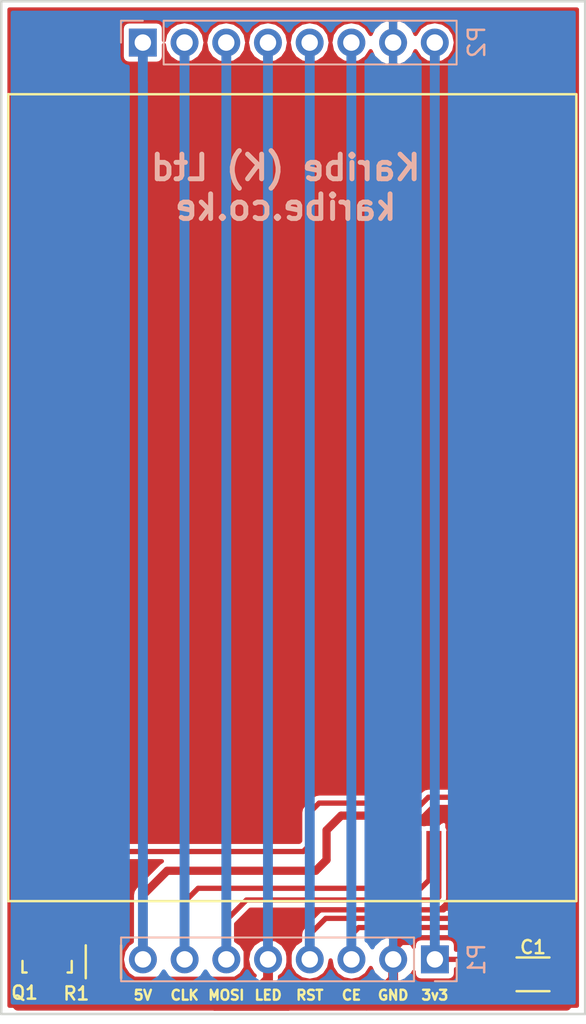
<source format=kicad_pcb>
(kicad_pcb (version 4) (host pcbnew 4.0.7)

  (general
    (links 23)
    (no_connects 0)
    (area 54.534999 64.694999 90.245001 126.440001)
    (thickness 1.6)
    (drawings 13)
    (tracks 123)
    (zones 0)
    (modules 6)
    (nets 11)
  )

  (page User 148.006 210.007)
  (title_block
    (title "Nokia Color TFT LCD")
    (date 2017-01-29)
    (rev 1)
    (company "Discovery Center")
    (comment 1 karibe.co)
    (comment 2 @muriukidavid)
    (comment 3 "Karibe David")
  )

  (layers
    (0 F.Cu signal)
    (31 B.Cu signal)
    (32 B.Adhes user)
    (33 F.Adhes user)
    (34 B.Paste user)
    (35 F.Paste user)
    (36 B.SilkS user)
    (37 F.SilkS user)
    (38 B.Mask user)
    (39 F.Mask user)
    (40 Dwgs.User user)
    (41 Cmts.User user)
    (42 Eco1.User user)
    (43 Eco2.User user)
    (44 Edge.Cuts user)
    (45 Margin user)
    (46 B.CrtYd user hide)
    (47 F.CrtYd user hide)
    (48 B.Fab user hide)
    (49 F.Fab user hide)
  )

  (setup
    (last_trace_width 0.6)
    (trace_clearance 0.2)
    (zone_clearance 0.4)
    (zone_45_only yes)
    (trace_min 0.2)
    (segment_width 0.2)
    (edge_width 0.15)
    (via_size 0.6)
    (via_drill 0.4)
    (via_min_size 0.4)
    (via_min_drill 0.3)
    (uvia_size 0.3)
    (uvia_drill 0.1)
    (uvias_allowed no)
    (uvia_min_size 0.2)
    (uvia_min_drill 0.1)
    (pcb_text_width 0.3)
    (pcb_text_size 1.5 1.5)
    (mod_edge_width 0.15)
    (mod_text_size 1 1)
    (mod_text_width 0.15)
    (pad_size 1.7 1.7)
    (pad_drill 1)
    (pad_to_mask_clearance 0.0762)
    (aux_axis_origin 0 0)
    (visible_elements FFFFFF7F)
    (pcbplotparams
      (layerselection 0x010fc_80000001)
      (usegerberextensions true)
      (excludeedgelayer false)
      (linewidth 0.100000)
      (plotframeref false)
      (viasonmask false)
      (mode 1)
      (useauxorigin false)
      (hpglpennumber 1)
      (hpglpenspeed 20)
      (hpglpendiameter 15)
      (hpglpenoverlay 2)
      (psnegative false)
      (psa4output false)
      (plotreference true)
      (plotvalue true)
      (plotinvisibletext false)
      (padsonsilk true)
      (subtractmaskfromsilk false)
      (outputformat 1)
      (mirror false)
      (drillshape 0)
      (scaleselection 1)
      (outputdirectory 1616LCD_gerbers/))
  )

  (net 0 "")
  (net 1 VCC)
  (net 2 GND)
  (net 3 RESET)
  (net 4 CE)
  (net 5 MOSI)
  (net 6 CLK)
  (net 7 LED)
  (net 8 LED-)
  (net 9 "Net-(Q1-Pad1)")
  (net 10 5V)

  (net_class Default "This is the default net class."
    (clearance 0.2)
    (trace_width 0.6)
    (via_dia 0.6)
    (via_drill 0.4)
    (uvia_dia 0.3)
    (uvia_drill 0.1)
    (add_net 5V)
    (add_net CE)
    (add_net CLK)
    (add_net GND)
    (add_net LED)
    (add_net LED-)
    (add_net MOSI)
    (add_net "Net-(Q1-Pad1)")
    (add_net RESET)
    (add_net VCC)
  )

  (module Capacitors_SMD:C_1206 (layer F.Cu) (tedit 5BEDE2BC) (tstamp 588D1F89)
    (at 86.995 123.952)
    (descr "Capacitor SMD 1206, reflow soldering, AVX (see smccp.pdf)")
    (tags "capacitor 1206")
    (path /588CF578)
    (attr smd)
    (fp_text reference C1 (at 0 -1.651) (layer F.SilkS)
      (effects (font (size 0.8 0.8) (thickness 0.15)))
    )
    (fp_text value 0.1 (at 2.8194 1.2446) (layer F.Fab)
      (effects (font (size 1 1) (thickness 0.15)))
    )
    (fp_line (start -2.3 -1.15) (end 2.3 -1.15) (layer F.CrtYd) (width 0.05))
    (fp_line (start -2.3 1.15) (end 2.3 1.15) (layer F.CrtYd) (width 0.05))
    (fp_line (start -2.3 -1.15) (end -2.3 1.15) (layer F.CrtYd) (width 0.05))
    (fp_line (start 2.3 -1.15) (end 2.3 1.15) (layer F.CrtYd) (width 0.05))
    (fp_line (start 1 -1.025) (end -1 -1.025) (layer F.SilkS) (width 0.15))
    (fp_line (start -1 1.025) (end 1 1.025) (layer F.SilkS) (width 0.15))
    (pad 1 smd rect (at -1.5 0) (size 1 1.6) (layers F.Cu F.Paste F.Mask)
      (net 1 VCC))
    (pad 2 smd rect (at 1.5 0) (size 1 1.6) (layers F.Cu F.Paste F.Mask)
      (net 2 GND))
    (model Capacitors_SMD.3dshapes/C_1206.wrl
      (at (xyz 0 0 0))
      (scale (xyz 1 1 1))
      (rotate (xyz 0 0 0))
    )
  )

  (module Connect:Nokia1616_LCD (layer F.Cu) (tedit 5BEDE2AF) (tstamp 58CA9C02)
    (at 76.57812 115.23218 180)
    (path /588CF2E5)
    (fp_text reference CONN1 (at -2.36508 1.13538 180) (layer F.SilkS) hide
      (effects (font (size 1 1) (thickness 0.15)))
    )
    (fp_text value Nokia1616_LCD (at 0 -4.826 180) (layer F.Fab)
      (effects (font (size 1 1) (thickness 0.15)))
    )
    (fp_line (start -13.0556 44.8056) (end 21.5392 44.8056) (layer F.SilkS) (width 0.15))
    (fp_line (start 21.5392 -4.2672) (end 21.5392 44.8056) (layer F.SilkS) (width 0.15))
    (fp_line (start -13.0556 -4.2672) (end -13.0556 44.8056) (layer F.SilkS) (width 0.15))
    (fp_line (start -13.0556 -4.2672) (end 21.5392 -4.2672) (layer F.SilkS) (width 0.15))
    (pad 1 smd rect (at -7.08148 -1.20142 180) (size 0.319989 2.399995) (layers F.Cu F.Paste F.Mask))
    (pad 2 smd rect (at -6.48148 -1.20142 180) (size 0.319989 2.399995) (layers F.Cu F.Paste F.Mask)
      (net 3 RESET))
    (pad 3 smd rect (at -5.88148 -1.20142 180) (size 0.319989 2.399995) (layers F.Cu F.Paste F.Mask)
      (net 4 CE))
    (pad 4 smd rect (at -5.28148 -1.20142 180) (size 0.319989 2.399995) (layers F.Cu F.Paste F.Mask)
      (net 2 GND))
    (pad 5 smd rect (at -4.68148 -1.20142 180) (size 0.319989 2.399995) (layers F.Cu F.Paste F.Mask)
      (net 5 MOSI))
    (pad 6 smd rect (at -4.08148 -1.20142 180) (size 0.319989 2.399995) (layers F.Cu F.Paste F.Mask)
      (net 6 CLK))
    (pad 7 smd rect (at -3.48148 -1.20142 180) (size 0.319989 2.399995) (layers F.Cu F.Paste F.Mask)
      (net 1 VCC))
    (pad 8 smd rect (at -2.88148 -1.20142 180) (size 0.319989 2.399995) (layers F.Cu F.Paste F.Mask)
      (net 1 VCC))
    (pad 9 smd rect (at -2.28148 -1.20142 180) (size 0.319989 2.399995) (layers F.Cu F.Paste F.Mask)
      (net 2 GND))
    (pad 10 smd rect (at -1.68148 -1.20142 180) (size 0.319989 2.399995) (layers F.Cu F.Paste F.Mask)
      (net 8 LED-))
    (pad 11 smd rect (at -1.08148 -1.20142 180) (size 0.319989 2.399995) (layers F.Cu F.Paste F.Mask)
      (net 10 5V))
    (pad 12 smd rect (at -0.48148 -1.20142 180) (size 0.319989 2.399995) (layers F.Cu F.Paste F.Mask))
  )

  (module TO_SOT_Packages_SMD:SOT-23 (layer F.Cu) (tedit 5BEDE281) (tstamp 58CA9C24)
    (at 57.404 123.19 180)
    (descr "SOT-23, Standard")
    (tags SOT-23)
    (path /58C99E38)
    (attr smd)
    (fp_text reference Q1 (at 1.3716 -1.8796 180) (layer F.SilkS)
      (effects (font (size 0.8 0.8) (thickness 0.15)))
    )
    (fp_text value BC547_BEC_123 (at 0 2.3 180) (layer F.Fab)
      (effects (font (size 1 1) (thickness 0.15)))
    )
    (fp_line (start -1.65 -1.6) (end 1.65 -1.6) (layer F.CrtYd) (width 0.05))
    (fp_line (start 1.65 -1.6) (end 1.65 1.6) (layer F.CrtYd) (width 0.05))
    (fp_line (start 1.65 1.6) (end -1.65 1.6) (layer F.CrtYd) (width 0.05))
    (fp_line (start -1.65 1.6) (end -1.65 -1.6) (layer F.CrtYd) (width 0.05))
    (fp_line (start 1.29916 -0.65024) (end 1.2509 -0.65024) (layer F.SilkS) (width 0.15))
    (fp_line (start -1.49982 0.0508) (end -1.49982 -0.65024) (layer F.SilkS) (width 0.15))
    (fp_line (start -1.49982 -0.65024) (end -1.2509 -0.65024) (layer F.SilkS) (width 0.15))
    (fp_line (start 1.29916 -0.65024) (end 1.49982 -0.65024) (layer F.SilkS) (width 0.15))
    (fp_line (start 1.49982 -0.65024) (end 1.49982 0.0508) (layer F.SilkS) (width 0.15))
    (pad 1 smd rect (at -0.95 1.00076 180) (size 0.8001 0.8001) (layers F.Cu F.Paste F.Mask)
      (net 9 "Net-(Q1-Pad1)"))
    (pad 2 smd rect (at 0.95 1.00076 180) (size 0.8001 0.8001) (layers F.Cu F.Paste F.Mask)
      (net 2 GND))
    (pad 3 smd rect (at 0 -0.99822 180) (size 0.8001 0.8001) (layers F.Cu F.Paste F.Mask)
      (net 8 LED-))
    (model TO_SOT_Packages_SMD.3dshapes/SOT-23.wrl
      (at (xyz 0 0 0))
      (scale (xyz 1 1 1))
      (rotate (xyz 0 0 -90))
    )
  )

  (module Resistors_SMD:R_1206 (layer F.Cu) (tedit 5BEDE299) (tstamp 58CA9C30)
    (at 60.833 123.19 270)
    (descr "Resistor SMD 1206, reflow soldering, Vishay (see dcrcw.pdf)")
    (tags "resistor 1206")
    (path /58C9A3B8)
    (attr smd)
    (fp_text reference R1 (at 1.9304 1.651 360) (layer F.SilkS)
      (effects (font (size 0.8 0.8) (thickness 0.15)))
    )
    (fp_text value 1K (at 0 2.3 270) (layer F.Fab)
      (effects (font (size 1 1) (thickness 0.15)))
    )
    (fp_line (start -2.2 -1.2) (end 2.2 -1.2) (layer F.CrtYd) (width 0.05))
    (fp_line (start -2.2 1.2) (end 2.2 1.2) (layer F.CrtYd) (width 0.05))
    (fp_line (start -2.2 -1.2) (end -2.2 1.2) (layer F.CrtYd) (width 0.05))
    (fp_line (start 2.2 -1.2) (end 2.2 1.2) (layer F.CrtYd) (width 0.05))
    (fp_line (start 1 1.075) (end -1 1.075) (layer F.SilkS) (width 0.15))
    (fp_line (start -1 -1.075) (end 1 -1.075) (layer F.SilkS) (width 0.15))
    (pad 1 smd rect (at -1.45 0 270) (size 0.9 1.7) (layers F.Cu F.Paste F.Mask)
      (net 9 "Net-(Q1-Pad1)"))
    (pad 2 smd rect (at 1.45 0 270) (size 0.9 1.7) (layers F.Cu F.Paste F.Mask)
      (net 7 LED))
    (model Resistors_SMD.3dshapes/R_1206.wrl
      (at (xyz 0 0 0))
      (scale (xyz 1 1 1))
      (rotate (xyz 0 0 0))
    )
  )

  (module Pin_Headers:Pin_Header_Straight_1x08_Pitch2.54mm (layer B.Cu) (tedit 5BEDE096) (tstamp 5BE4B7E8)
    (at 81.01838 123.04268 90)
    (descr "Through hole straight pin header, 1x08, 2.54mm pitch, single row")
    (tags "Through hole pin header THT 1x08 2.54mm single row")
    (path /588CF000)
    (fp_text reference P1 (at 0 2.54762 90) (layer B.SilkS)
      (effects (font (size 1 1) (thickness 0.15)) (justify mirror))
    )
    (fp_text value CONN_01X08 (at -2.62382 -12.18438 180) (layer B.Fab) hide
      (effects (font (size 1 1) (thickness 0.15)) (justify mirror))
    )
    (fp_line (start -0.635 1.27) (end 1.27 1.27) (layer B.Fab) (width 0.1))
    (fp_line (start 1.27 1.27) (end 1.27 -19.05) (layer B.Fab) (width 0.1))
    (fp_line (start 1.27 -19.05) (end -1.27 -19.05) (layer B.Fab) (width 0.1))
    (fp_line (start -1.27 -19.05) (end -1.27 0.635) (layer B.Fab) (width 0.1))
    (fp_line (start -1.27 0.635) (end -0.635 1.27) (layer B.Fab) (width 0.1))
    (fp_line (start -1.33 -19.11) (end 1.33 -19.11) (layer B.SilkS) (width 0.12))
    (fp_line (start -1.33 -1.27) (end -1.33 -19.11) (layer B.SilkS) (width 0.12))
    (fp_line (start 1.33 -1.27) (end 1.33 -19.11) (layer B.SilkS) (width 0.12))
    (fp_line (start -1.33 -1.27) (end 1.33 -1.27) (layer B.SilkS) (width 0.12))
    (fp_line (start -1.33 0) (end -1.33 1.33) (layer B.SilkS) (width 0.12))
    (fp_line (start -1.33 1.33) (end 0 1.33) (layer B.SilkS) (width 0.12))
    (fp_line (start -1.8 1.8) (end -1.8 -19.55) (layer B.CrtYd) (width 0.05))
    (fp_line (start -1.8 -19.55) (end 1.8 -19.55) (layer B.CrtYd) (width 0.05))
    (fp_line (start 1.8 -19.55) (end 1.8 1.8) (layer B.CrtYd) (width 0.05))
    (fp_line (start 1.8 1.8) (end -1.8 1.8) (layer B.CrtYd) (width 0.05))
    (fp_text user %R (at -2.62382 1.72212 360) (layer B.Fab)
      (effects (font (size 1 1) (thickness 0.15)) (justify mirror))
    )
    (pad 1 thru_hole rect (at 0 0 90) (size 1.7 1.7) (drill 1) (layers *.Cu *.Mask)
      (net 1 VCC))
    (pad 2 thru_hole oval (at 0 -2.54 90) (size 1.7 1.7) (drill 1) (layers *.Cu *.Mask)
      (net 2 GND))
    (pad 3 thru_hole oval (at 0 -5.08 90) (size 1.7 1.7) (drill 1) (layers *.Cu *.Mask)
      (net 4 CE))
    (pad 4 thru_hole oval (at 0 -7.62 90) (size 1.7 1.7) (drill 1) (layers *.Cu *.Mask)
      (net 3 RESET))
    (pad 5 thru_hole oval (at 0 -10.16 90) (size 1.7 1.7) (drill 1) (layers *.Cu *.Mask)
      (net 7 LED))
    (pad 6 thru_hole oval (at 0 -12.7 90) (size 1.7 1.7) (drill 1) (layers *.Cu *.Mask)
      (net 5 MOSI))
    (pad 7 thru_hole oval (at 0 -15.24 90) (size 1.7 1.7) (drill 1) (layers *.Cu *.Mask)
      (net 6 CLK))
    (pad 8 thru_hole oval (at 0 -17.78 90) (size 1.7 1.7) (drill 1) (layers *.Cu *.Mask)
      (net 10 5V))
    (model ${KISYS3DMOD}/Pin_Headers.3dshapes/Pin_Header_Straight_1x08_Pitch2.54mm.wrl
      (at (xyz 0 0 0))
      (scale (xyz 1 1 1))
      (rotate (xyz 0 0 0))
    )
  )

  (module Pin_Headers:Pin_Header_Straight_1x08_Pitch2.54mm (layer B.Cu) (tedit 59650532) (tstamp 5BE4B7F3)
    (at 63.2333 67.2846 270)
    (descr "Through hole straight pin header, 1x08, 2.54mm pitch, single row")
    (tags "Through hole pin header THT 1x08 2.54mm single row")
    (path /58D4DEA8)
    (fp_text reference P2 (at -0.0381 -20.3327 270) (layer B.SilkS)
      (effects (font (size 1 1) (thickness 0.15)) (justify mirror))
    )
    (fp_text value CONN_01X08 (at 0 -20.11 270) (layer B.Fab)
      (effects (font (size 1 1) (thickness 0.15)) (justify mirror))
    )
    (fp_line (start -0.635 1.27) (end 1.27 1.27) (layer B.Fab) (width 0.1))
    (fp_line (start 1.27 1.27) (end 1.27 -19.05) (layer B.Fab) (width 0.1))
    (fp_line (start 1.27 -19.05) (end -1.27 -19.05) (layer B.Fab) (width 0.1))
    (fp_line (start -1.27 -19.05) (end -1.27 0.635) (layer B.Fab) (width 0.1))
    (fp_line (start -1.27 0.635) (end -0.635 1.27) (layer B.Fab) (width 0.1))
    (fp_line (start -1.33 -19.11) (end 1.33 -19.11) (layer B.SilkS) (width 0.12))
    (fp_line (start -1.33 -1.27) (end -1.33 -19.11) (layer B.SilkS) (width 0.12))
    (fp_line (start 1.33 -1.27) (end 1.33 -19.11) (layer B.SilkS) (width 0.12))
    (fp_line (start -1.33 -1.27) (end 1.33 -1.27) (layer B.SilkS) (width 0.12))
    (fp_line (start -1.33 0) (end -1.33 1.33) (layer B.SilkS) (width 0.12))
    (fp_line (start -1.33 1.33) (end 0 1.33) (layer B.SilkS) (width 0.12))
    (fp_line (start -1.8 1.8) (end -1.8 -19.55) (layer B.CrtYd) (width 0.05))
    (fp_line (start -1.8 -19.55) (end 1.8 -19.55) (layer B.CrtYd) (width 0.05))
    (fp_line (start 1.8 -19.55) (end 1.8 1.8) (layer B.CrtYd) (width 0.05))
    (fp_line (start 1.8 1.8) (end -1.8 1.8) (layer B.CrtYd) (width 0.05))
    (fp_text user %R (at 0 -8.89 540) (layer B.Fab)
      (effects (font (size 1 1) (thickness 0.15)) (justify mirror))
    )
    (pad 1 thru_hole rect (at 0 0 270) (size 1.7 1.7) (drill 1) (layers *.Cu *.Mask)
      (net 10 5V))
    (pad 2 thru_hole oval (at 0 -2.54 270) (size 1.7 1.7) (drill 1) (layers *.Cu *.Mask)
      (net 6 CLK))
    (pad 3 thru_hole oval (at 0 -5.08 270) (size 1.7 1.7) (drill 1) (layers *.Cu *.Mask)
      (net 5 MOSI))
    (pad 4 thru_hole oval (at 0 -7.62 270) (size 1.7 1.7) (drill 1) (layers *.Cu *.Mask)
      (net 7 LED))
    (pad 5 thru_hole oval (at 0 -10.16 270) (size 1.7 1.7) (drill 1) (layers *.Cu *.Mask)
      (net 3 RESET))
    (pad 6 thru_hole oval (at 0 -12.7 270) (size 1.7 1.7) (drill 1) (layers *.Cu *.Mask)
      (net 4 CE))
    (pad 7 thru_hole oval (at 0 -15.24 270) (size 1.7 1.7) (drill 1) (layers *.Cu *.Mask)
      (net 2 GND))
    (pad 8 thru_hole oval (at 0 -17.78 270) (size 1.7 1.7) (drill 1) (layers *.Cu *.Mask)
      (net 1 VCC))
    (model ${KISYS3DMOD}/Pin_Headers.3dshapes/Pin_Header_Straight_1x08_Pitch2.54mm.wrl
      (at (xyz 0 0 0))
      (scale (xyz 1 1 1))
      (rotate (xyz 0 0 0))
    )
  )

  (gr_text "Karibe (K) Ltd\nkaribe.co.ke" (at 71.9328 76.0984) (layer B.SilkS)
    (effects (font (size 1.5 1.5) (thickness 0.3)) (justify mirror))
  )
  (gr_text 5V (at 63.238 125.222) (layer F.SilkS) (tstamp 5BEDDFFA)
    (effects (font (size 0.6 0.6) (thickness 0.15)))
  )
  (gr_text CLK (at 65.778 125.222) (layer F.SilkS) (tstamp 5BEDDFEF)
    (effects (font (size 0.6 0.6) (thickness 0.15)))
  )
  (gr_text MOSI (at 68.318 125.222) (layer F.SilkS) (tstamp 5BEDDFDA)
    (effects (font (size 0.6 0.6) (thickness 0.15)))
  )
  (gr_text "LED\n" (at 70.866 125.222) (layer F.SilkS) (tstamp 5BEDDFCE)
    (effects (font (size 0.6 0.6) (thickness 0.15)))
  )
  (gr_text RST (at 73.39838 125.222) (layer F.SilkS) (tstamp 5BEDDFBD)
    (effects (font (size 0.6 0.6) (thickness 0.15)))
  )
  (gr_text CE (at 75.93838 125.222) (layer F.SilkS) (tstamp 5BEDDFB2)
    (effects (font (size 0.6 0.6) (thickness 0.15)))
  )
  (gr_text "GND\n" (at 78.478 125.222) (layer F.SilkS) (tstamp 5BEDDF9F)
    (effects (font (size 0.6 0.6) (thickness 0.15)))
  )
  (gr_text 3v3 (at 81.018 125.222) (layer F.SilkS)
    (effects (font (size 0.6 0.6) (thickness 0.15)))
  )
  (gr_line (start 90.17 64.77) (end 90.17 126.365) (layer Edge.Cuts) (width 0.15))
  (gr_line (start 54.61 64.77) (end 90.17 64.77) (layer Edge.Cuts) (width 0.15))
  (gr_line (start 54.61 126.365) (end 54.61 64.77) (layer Edge.Cuts) (width 0.15))
  (gr_line (start 90.17 126.365) (end 54.61 126.365) (layer Edge.Cuts) (width 0.15))

  (segment (start 79.4596 116.4336) (end 79.4596 114.3424) (width 0.32) (layer F.Cu) (net 1))
  (segment (start 85.495 123.166) (end 85.495 123.952) (width 0.32) (layer F.Cu) (net 1))
  (segment (start 79.4596 114.3424) (end 80.6196 113.1824) (width 0.32) (layer F.Cu) (net 1))
  (segment (start 86.2584 113.1824) (end 87.503 114.427) (width 0.32) (layer F.Cu) (net 1))
  (segment (start 80.6196 113.1824) (end 86.2584 113.1824) (width 0.32) (layer F.Cu) (net 1))
  (segment (start 87.503 114.427) (end 87.503 121.158) (width 0.32) (layer F.Cu) (net 1))
  (segment (start 87.503 121.158) (end 85.495 123.166) (width 0.32) (layer F.Cu) (net 1))
  (segment (start 81.01838 123.04268) (end 82.78368 123.04268) (width 0.32) (layer F.Cu) (net 1))
  (segment (start 82.78368 123.04268) (end 83.693 123.952) (width 0.32) (layer F.Cu) (net 1))
  (segment (start 83.693 123.952) (end 85.495 123.952) (width 0.32) (layer F.Cu) (net 1))
  (segment (start 81.01838 123.04268) (end 81.01838 122.94268) (width 0.32) (layer B.Cu) (net 1))
  (segment (start 81.0133 122.9376) (end 81.0133 69.0846) (width 0.6) (layer B.Cu) (net 1))
  (segment (start 81.01838 122.94268) (end 81.0133 122.9376) (width 0.32) (layer B.Cu) (net 1))
  (segment (start 81.0133 69.0846) (end 81.0133 67.2846) (width 0.6) (layer B.Cu) (net 1))
  (segment (start 80.0596 116.4336) (end 79.4596 116.4336) (width 0.32) (layer F.Cu) (net 1))
  (segment (start 78.9432 121.8692) (end 79.4512 121.8692) (width 0.6) (layer F.Cu) (net 2))
  (segment (start 78.47838 122.33402) (end 78.9432 121.8692) (width 0.6) (layer F.Cu) (net 2))
  (segment (start 78.47838 123.04268) (end 78.47838 122.33402) (width 0.6) (layer F.Cu) (net 2))
  (segment (start 73.214811 120.028389) (end 72.136 121.1072) (width 0.32) (layer F.Cu) (net 2))
  (segment (start 81.546011 120.028389) (end 73.214811 120.028389) (width 0.32) (layer F.Cu) (net 2))
  (segment (start 81.8596 119.7148) (end 81.546011 120.028389) (width 0.32) (layer F.Cu) (net 2))
  (segment (start 81.8596 116.4336) (end 81.8596 119.7148) (width 0.32) (layer F.Cu) (net 2))
  (segment (start 62.429081 124.252681) (end 61.7728 123.5964) (width 0.32) (layer F.Cu) (net 2))
  (segment (start 72.072978 125.869222) (end 67.61964 125.869222) (width 0.6) (layer F.Cu) (net 2))
  (segment (start 55.499 125.73) (end 55.499 124.14429) (width 0.6) (layer F.Cu) (net 2))
  (segment (start 72.0852 125.857) (end 72.072978 125.869222) (width 0.6) (layer F.Cu) (net 2))
  (segment (start 67.61964 125.869222) (end 67.607418 125.857) (width 0.6) (layer F.Cu) (net 2))
  (segment (start 67.607418 125.857) (end 55.626 125.857) (width 0.6) (layer F.Cu) (net 2))
  (segment (start 55.626 125.857) (end 55.499 125.73) (width 0.6) (layer F.Cu) (net 2))
  (segment (start 55.499 124.14429) (end 56.454 123.18929) (width 0.6) (layer F.Cu) (net 2))
  (segment (start 56.454 123.18929) (end 56.454 122.18924) (width 0.6) (layer F.Cu) (net 2))
  (segment (start 69.528381 124.070419) (end 69.346119 124.252681) (width 0.32) (layer F.Cu) (net 2))
  (segment (start 69.346119 124.252681) (end 62.429081 124.252681) (width 0.32) (layer F.Cu) (net 2))
  (segment (start 69.9008 121.1072) (end 69.528381 121.479619) (width 0.32) (layer F.Cu) (net 2))
  (segment (start 69.528381 121.479619) (end 69.528381 124.070419) (width 0.32) (layer F.Cu) (net 2))
  (segment (start 72.136 121.1072) (end 72.136 125.8062) (width 0.32) (layer F.Cu) (net 2))
  (segment (start 72.136 121.1072) (end 69.9008 121.1072) (width 0.32) (layer F.Cu) (net 2))
  (segment (start 72.136 125.8062) (end 72.0852 125.857) (width 0.32) (layer F.Cu) (net 2))
  (segment (start 76.866141 125.857) (end 72.0852 125.857) (width 0.6) (layer F.Cu) (net 2))
  (segment (start 89.154 125.73) (end 88.873 125.73) (width 0.6) (layer F.Cu) (net 2))
  (segment (start 88.873 125.73) (end 88.495 125.352) (width 0.6) (layer F.Cu) (net 2))
  (segment (start 88.495 125.352) (end 88.495 123.952) (width 0.6) (layer F.Cu) (net 2))
  (segment (start 89.027 125.857) (end 89.154 125.73) (width 0.6) (layer F.Cu) (net 2))
  (segment (start 76.866141 125.857) (end 89.027 125.857) (width 0.6) (layer F.Cu) (net 2))
  (segment (start 78.47838 123.04268) (end 78.47838 124.244761) (width 0.6) (layer F.Cu) (net 2))
  (segment (start 78.47838 124.244761) (end 76.866141 125.857) (width 0.6) (layer F.Cu) (net 2))
  (segment (start 78.8596 112.73028) (end 78.8596 112.56242) (width 0.25) (layer F.Cu) (net 2))
  (segment (start 78.8596 116.4336) (end 78.8596 112.73028) (width 0.25) (layer F.Cu) (net 2))
  (segment (start 78.8596 112.73028) (end 78.8596 109.60586) (width 0.25) (layer F.Cu) (net 2))
  (segment (start 73.39838 121.52122) (end 74.3712 120.5484) (width 0.32) (layer F.Cu) (net 3))
  (segment (start 83.0596 119.8864) (end 83.0596 117.953597) (width 0.32) (layer F.Cu) (net 3))
  (segment (start 73.39838 122.94319) (end 73.39838 121.52122) (width 0.32) (layer F.Cu) (net 3))
  (segment (start 74.3712 120.5484) (end 82.3976 120.5484) (width 0.32) (layer F.Cu) (net 3))
  (segment (start 82.3976 120.5484) (end 83.0596 119.8864) (width 0.32) (layer F.Cu) (net 3))
  (segment (start 83.0596 117.953597) (end 83.0596 116.4336) (width 0.32) (layer F.Cu) (net 3))
  (segment (start 73.39838 123.04268) (end 73.39838 67.28968) (width 0.6) (layer B.Cu) (net 3))
  (segment (start 73.39838 67.28968) (end 73.3933 67.2846) (width 0.6) (layer B.Cu) (net 3))
  (segment (start 73.66 122.78106) (end 73.39838 123.04268) (width 0.32) (layer B.Cu) (net 3))
  (segment (start 75.93838 123.04268) (end 75.93838 121.54662) (width 0.32) (layer F.Cu) (net 4))
  (segment (start 75.93838 121.54662) (end 76.3778 121.1072) (width 0.32) (layer F.Cu) (net 4))
  (segment (start 76.3778 121.1072) (end 84.6836 121.1072) (width 0.32) (layer F.Cu) (net 4))
  (segment (start 84.6836 121.1072) (end 85.6488 120.142) (width 0.32) (layer F.Cu) (net 4))
  (segment (start 85.6488 114.9096) (end 85.2932 114.554) (width 0.32) (layer F.Cu) (net 4))
  (segment (start 85.6488 120.142) (end 85.6488 114.9096) (width 0.32) (layer F.Cu) (net 4))
  (segment (start 85.2932 114.554) (end 82.819203 114.554) (width 0.32) (layer F.Cu) (net 4))
  (segment (start 82.819203 114.554) (end 82.4596 114.913603) (width 0.32) (layer F.Cu) (net 4))
  (segment (start 82.4596 114.913603) (end 82.4596 116.4336) (width 0.32) (layer F.Cu) (net 4))
  (segment (start 75.9333 67.2846) (end 75.9333 123.0376) (width 0.6) (layer B.Cu) (net 4))
  (segment (start 75.9333 123.0376) (end 75.93838 123.04268) (width 0.6) (layer B.Cu) (net 4))
  (segment (start 76.2 67.4624) (end 75.93838 67.72402) (width 0.32) (layer B.Cu) (net 4))
  (segment (start 76.2 67.31) (end 76.2 67.4624) (width 0.32) (layer B.Cu) (net 4))
  (segment (start 81.2596 116.4336) (end 81.2596 119.248) (width 0.32) (layer F.Cu) (net 5))
  (segment (start 81.2596 119.248) (end 81.0768 119.4308) (width 0.32) (layer F.Cu) (net 5))
  (segment (start 81.0768 119.4308) (end 69.5452 119.4308) (width 0.32) (layer F.Cu) (net 5))
  (segment (start 69.5452 119.4308) (end 68.326 120.65) (width 0.32) (layer F.Cu) (net 5))
  (segment (start 68.326 120.65) (end 68.326 123.03506) (width 0.32) (layer F.Cu) (net 5))
  (segment (start 68.326 123.03506) (end 68.31838 123.04268) (width 0.32) (layer F.Cu) (net 5))
  (segment (start 68.31838 123.04268) (end 68.31838 67.28968) (width 0.6) (layer B.Cu) (net 5))
  (segment (start 68.31838 67.28968) (end 68.3133 67.2846) (width 0.6) (layer B.Cu) (net 5))
  (segment (start 68.58 122.78106) (end 68.31838 123.04268) (width 0.32) (layer B.Cu) (net 5))
  (segment (start 80.6596 116.4336) (end 80.6596 118.2224) (width 0.32) (layer F.Cu) (net 6))
  (segment (start 80.6596 118.2224) (end 80.1624 118.7196) (width 0.32) (layer F.Cu) (net 6))
  (segment (start 80.1624 118.7196) (end 66.5988 118.7196) (width 0.32) (layer F.Cu) (net 6))
  (segment (start 66.5988 118.7196) (end 65.77838 119.54002) (width 0.32) (layer F.Cu) (net 6))
  (segment (start 65.77838 119.54002) (end 65.77838 123.04268) (width 0.32) (layer F.Cu) (net 6))
  (segment (start 65.7733 67.2846) (end 65.7733 123.0376) (width 0.6) (layer B.Cu) (net 6))
  (segment (start 65.7733 123.0376) (end 65.77838 123.04268) (width 0.6) (layer B.Cu) (net 6))
  (segment (start 66.04 122.78106) (end 65.77838 123.04268) (width 0.32) (layer B.Cu) (net 6))
  (segment (start 70.18633 124.916811) (end 70.85838 124.244761) (width 0.6) (layer F.Cu) (net 7))
  (segment (start 70.85838 124.244761) (end 70.85838 123.04268) (width 0.6) (layer F.Cu) (net 7))
  (segment (start 60.728811 124.916811) (end 70.18633 124.916811) (width 0.6) (layer F.Cu) (net 7))
  (segment (start 60.325 124.513) (end 60.728811 124.916811) (width 0.6) (layer F.Cu) (net 7))
  (segment (start 70.8533 67.2846) (end 70.8533 123.0376) (width 0.6) (layer B.Cu) (net 7))
  (segment (start 70.8533 123.0376) (end 70.85838 123.04268) (width 0.6) (layer B.Cu) (net 7))
  (segment (start 71.12 122.78106) (end 70.85838 123.04268) (width 0.32) (layer B.Cu) (net 7))
  (segment (start 78.2596 116.4336) (end 78.2596 113.9466) (width 0.32) (layer F.Cu) (net 8))
  (segment (start 78.2596 113.9466) (end 77.851 113.538) (width 0.32) (layer F.Cu) (net 8))
  (segment (start 77.851 113.538) (end 73.9648 113.538) (width 0.32) (layer F.Cu) (net 8))
  (segment (start 73.9648 113.538) (end 73.406 114.0968) (width 0.32) (layer F.Cu) (net 8))
  (segment (start 73.406 114.0968) (end 73.406 116.078) (width 0.32) (layer F.Cu) (net 8))
  (segment (start 73.406 116.078) (end 72.9996 116.4844) (width 0.32) (layer F.Cu) (net 8))
  (segment (start 72.9996 116.4844) (end 58.42 116.4844) (width 0.32) (layer F.Cu) (net 8))
  (segment (start 58.42 116.4844) (end 57.404 117.5004) (width 0.32) (layer F.Cu) (net 8))
  (segment (start 57.404 117.5004) (end 57.404 124.18822) (width 0.32) (layer F.Cu) (net 8))
  (segment (start 58.354 122.18924) (end 58.36924 122.174) (width 0.6) (layer F.Cu) (net 9))
  (segment (start 58.36924 122.174) (end 58.928 122.174) (width 0.6) (layer F.Cu) (net 9))
  (segment (start 58.928 122.174) (end 59.362 121.74) (width 0.6) (layer F.Cu) (net 9))
  (segment (start 59.362 121.74) (end 60.833 121.74) (width 0.6) (layer F.Cu) (net 9))
  (segment (start 63.246 121.666) (end 63.246 119.126) (width 0.5) (layer F.Cu) (net 10))
  (segment (start 63.246 119.126) (end 64.7192 117.6528) (width 0.5) (layer F.Cu) (net 10))
  (segment (start 64.7192 117.6528) (end 73.7616 117.6528) (width 0.5) (layer F.Cu) (net 10))
  (segment (start 73.7616 117.6528) (end 74.422 116.9924) (width 0.5) (layer F.Cu) (net 10))
  (segment (start 74.422 116.9924) (end 74.422 115.189) (width 0.5) (layer F.Cu) (net 10))
  (segment (start 77.343 114.3) (end 77.47 114.427) (width 0.5) (layer F.Cu) (net 10))
  (segment (start 74.422 115.189) (end 75.311 114.3) (width 0.5) (layer F.Cu) (net 10))
  (segment (start 75.311 114.3) (end 77.343 114.3) (width 0.5) (layer F.Cu) (net 10))
  (segment (start 77.6596 116.4336) (end 77.6596 114.6166) (width 0.32) (layer F.Cu) (net 10))
  (segment (start 77.6596 114.6166) (end 77.47 114.427) (width 0.32) (layer F.Cu) (net 10))
  (segment (start 63.23838 69.70522) (end 63.2333 69.70014) (width 0.6) (layer B.Cu) (net 10))
  (segment (start 63.2333 69.70014) (end 63.2333 67.2846) (width 0.6) (layer B.Cu) (net 10))
  (segment (start 63.23838 123.04268) (end 63.23838 69.70522) (width 0.6) (layer B.Cu) (net 10))
  (segment (start 63.246 121.666) (end 63.23838 121.67362) (width 0.32) (layer F.Cu) (net 10))
  (segment (start 63.23838 121.67362) (end 63.23838 123.04268) (width 0.5) (layer F.Cu) (net 10))

  (zone (net 2) (net_name GND) (layer F.Cu) (tstamp 0) (hatch edge 0.508)
    (connect_pads (clearance 0.3))
    (min_thickness 0.254)
    (fill yes (arc_segments 16) (thermal_gap 0.508) (thermal_bridge_width 0.508))
    (polygon
      (pts
        (xy 90.17 126.365) (xy 54.61 126.365) (xy 54.61 64.77) (xy 90.17 64.77)
      )
    )
    (filled_polygon
      (pts
        (xy 89.668 125.863) (xy 55.112 125.863) (xy 55.112 123.78817) (xy 56.568585 123.78817) (xy 56.568585 124.58827)
        (xy 56.598359 124.746507) (xy 56.691877 124.891837) (xy 56.834569 124.989334) (xy 57.00395 125.023635) (xy 57.80405 125.023635)
        (xy 57.962287 124.993861) (xy 58.107617 124.900343) (xy 58.205114 124.757651) (xy 58.239415 124.58827) (xy 58.239415 123.78817)
        (xy 58.209641 123.629933) (xy 58.116123 123.484603) (xy 57.991 123.39911) (xy 57.991 123.024655) (xy 58.75405 123.024655)
        (xy 58.912287 122.994881) (xy 59.057617 122.901363) (xy 59.078291 122.871105) (xy 59.19227 122.848433) (xy 59.206211 122.84566)
        (xy 59.442067 122.688067) (xy 59.657474 122.47266) (xy 59.670927 122.493567) (xy 59.813619 122.591064) (xy 59.983 122.625365)
        (xy 61.683 122.625365) (xy 61.841237 122.595591) (xy 61.986567 122.502073) (xy 62.084064 122.359381) (xy 62.118365 122.19)
        (xy 62.118365 121.29) (xy 62.088591 121.131763) (xy 61.995073 120.986433) (xy 61.852381 120.888936) (xy 61.683 120.854635)
        (xy 59.983 120.854635) (xy 59.824763 120.884409) (xy 59.679433 120.977927) (xy 59.655469 121.013) (xy 59.362005 121.013)
        (xy 59.362 121.012999) (xy 59.129948 121.059158) (xy 59.083789 121.06834) (xy 58.847933 121.225933) (xy 58.847931 121.225936)
        (xy 58.720042 121.353825) (xy 57.991 121.353825) (xy 57.991 117.743544) (xy 58.663144 117.0714) (xy 64.394174 117.0714)
        (xy 64.240488 117.174089) (xy 62.767289 118.647289) (xy 62.620534 118.866923) (xy 62.569 119.126) (xy 62.569 121.635312)
        (xy 62.56138 121.67362) (xy 62.56138 121.963695) (xy 62.335405 122.114687) (xy 62.058586 122.528975) (xy 61.96138 123.017662)
        (xy 61.96138 123.067698) (xy 62.058586 123.556385) (xy 62.335405 123.970673) (xy 62.663367 124.189811) (xy 62.118329 124.189811)
        (xy 62.088591 124.031763) (xy 61.995073 123.886433) (xy 61.852381 123.788936) (xy 61.683 123.754635) (xy 59.983 123.754635)
        (xy 59.824763 123.784409) (xy 59.679433 123.877927) (xy 59.581936 124.020619) (xy 59.547635 124.19) (xy 59.547635 125.09)
        (xy 59.577409 125.248237) (xy 59.670927 125.393567) (xy 59.813619 125.491064) (xy 59.983 125.525365) (xy 60.356155 125.525365)
        (xy 60.4506 125.588471) (xy 60.496759 125.597653) (xy 60.728811 125.643812) (xy 60.728816 125.643811) (xy 70.186325 125.643811)
        (xy 70.18633 125.643812) (xy 70.418382 125.597653) (xy 70.464541 125.588471) (xy 70.700397 125.430878) (xy 71.372444 124.75883)
        (xy 71.372447 124.758828) (xy 71.53004 124.522972) (xy 71.58538 124.244761) (xy 71.58538 124.088256) (xy 71.761355 123.970673)
        (xy 72.038174 123.556385) (xy 72.12838 123.102889) (xy 72.218586 123.556385) (xy 72.495405 123.970673) (xy 72.909693 124.247492)
        (xy 73.39838 124.344698) (xy 73.887067 124.247492) (xy 74.301355 123.970673) (xy 74.578174 123.556385) (xy 74.66838 123.102889)
        (xy 74.758586 123.556385) (xy 75.035405 123.970673) (xy 75.449693 124.247492) (xy 75.93838 124.344698) (xy 76.427067 124.247492)
        (xy 76.841355 123.970673) (xy 77.113689 123.563097) (xy 77.283197 123.924038) (xy 77.711456 124.314325) (xy 78.12149 124.484156)
        (xy 78.35138 124.362835) (xy 78.35138 123.16968) (xy 78.33138 123.16968) (xy 78.33138 122.91568) (xy 78.35138 122.91568)
        (xy 78.35138 122.89568) (xy 78.60538 122.89568) (xy 78.60538 122.91568) (xy 78.62538 122.91568) (xy 78.62538 123.16968)
        (xy 78.60538 123.16968) (xy 78.60538 124.362835) (xy 78.83527 124.484156) (xy 79.245304 124.314325) (xy 79.673563 123.924038)
        (xy 79.733015 123.797444) (xy 79.733015 123.89268) (xy 79.762789 124.050917) (xy 79.856307 124.196247) (xy 79.998999 124.293744)
        (xy 80.16838 124.328045) (xy 81.86838 124.328045) (xy 82.026617 124.298271) (xy 82.171947 124.204753) (xy 82.269444 124.062061)
        (xy 82.303745 123.89268) (xy 82.303745 123.62968) (xy 82.540536 123.62968) (xy 83.277926 124.367069) (xy 83.277928 124.367072)
        (xy 83.346448 124.412855) (xy 83.468365 124.494317) (xy 83.693 124.539001) (xy 83.693005 124.539) (xy 84.559635 124.539)
        (xy 84.559635 124.752) (xy 84.589409 124.910237) (xy 84.682927 125.055567) (xy 84.825619 125.153064) (xy 84.995 125.187365)
        (xy 85.995 125.187365) (xy 86.153237 125.157591) (xy 86.298567 125.064073) (xy 86.396064 124.921381) (xy 86.430365 124.752)
        (xy 86.430365 124.23775) (xy 87.36 124.23775) (xy 87.36 124.87831) (xy 87.456673 125.111699) (xy 87.635302 125.290327)
        (xy 87.868691 125.387) (xy 88.20925 125.387) (xy 88.368 125.22825) (xy 88.368 124.079) (xy 88.622 124.079)
        (xy 88.622 125.22825) (xy 88.78075 125.387) (xy 89.121309 125.387) (xy 89.354698 125.290327) (xy 89.533327 125.111699)
        (xy 89.63 124.87831) (xy 89.63 124.23775) (xy 89.47125 124.079) (xy 88.622 124.079) (xy 88.368 124.079)
        (xy 87.51875 124.079) (xy 87.36 124.23775) (xy 86.430365 124.23775) (xy 86.430365 123.152) (xy 86.415919 123.075225)
        (xy 86.465454 123.02569) (xy 87.36 123.02569) (xy 87.36 123.66625) (xy 87.51875 123.825) (xy 88.368 123.825)
        (xy 88.368 122.67575) (xy 88.622 122.67575) (xy 88.622 123.825) (xy 89.47125 123.825) (xy 89.63 123.66625)
        (xy 89.63 123.02569) (xy 89.533327 122.792301) (xy 89.354698 122.613673) (xy 89.121309 122.517) (xy 88.78075 122.517)
        (xy 88.622 122.67575) (xy 88.368 122.67575) (xy 88.20925 122.517) (xy 87.868691 122.517) (xy 87.635302 122.613673)
        (xy 87.456673 122.792301) (xy 87.36 123.02569) (xy 86.465454 123.02569) (xy 87.918072 121.573072) (xy 88.045317 121.382635)
        (xy 88.090001 121.158) (xy 88.09 121.157995) (xy 88.09 114.427) (xy 88.045317 114.202365) (xy 87.918072 114.011928)
        (xy 86.673472 112.767328) (xy 86.483035 112.640083) (xy 86.2584 112.5954) (xy 80.619605 112.5954) (xy 80.6196 112.595399)
        (xy 80.394965 112.640083) (xy 80.204528 112.767328) (xy 80.204526 112.767331) (xy 79.044528 113.927328) (xy 78.917283 114.117765)
        (xy 78.8726 114.3424) (xy 78.8726 115.192326) (xy 78.864241 115.233603) (xy 78.864241 116.5806) (xy 78.854959 116.5806)
        (xy 78.854959 115.233603) (xy 78.8466 115.189178) (xy 78.8466 113.946605) (xy 78.846601 113.9466) (xy 78.801917 113.721965)
        (xy 78.718733 113.597471) (xy 78.674672 113.531528) (xy 78.674669 113.531526) (xy 78.266072 113.122928) (xy 78.075635 112.995683)
        (xy 77.851 112.951) (xy 73.964805 112.951) (xy 73.9648 112.950999) (xy 73.740165 112.995683) (xy 73.549728 113.122928)
        (xy 73.549726 113.122931) (xy 72.990928 113.681728) (xy 72.863683 113.872165) (xy 72.819 114.0968) (xy 72.819 115.834857)
        (xy 72.756456 115.8974) (xy 58.42 115.8974) (xy 58.195365 115.942083) (xy 58.004928 116.069328) (xy 56.988928 117.085328)
        (xy 56.861683 117.275765) (xy 56.817 117.5004) (xy 56.817 121.15419) (xy 56.73975 121.15419) (xy 56.581 121.31294)
        (xy 56.581 122.06224) (xy 56.601 122.06224) (xy 56.601 122.31624) (xy 56.581 122.31624) (xy 56.581 123.06554)
        (xy 56.73975 123.22429) (xy 56.817 123.22429) (xy 56.817 123.401055) (xy 56.700383 123.476097) (xy 56.602886 123.618789)
        (xy 56.568585 123.78817) (xy 55.112 123.78817) (xy 55.112 122.47499) (xy 55.41895 122.47499) (xy 55.41895 122.7156)
        (xy 55.515623 122.948989) (xy 55.694252 123.127617) (xy 55.927641 123.22429) (xy 56.16825 123.22429) (xy 56.327 123.06554)
        (xy 56.327 122.31624) (xy 55.5777 122.31624) (xy 55.41895 122.47499) (xy 55.112 122.47499) (xy 55.112 121.66288)
        (xy 55.41895 121.66288) (xy 55.41895 121.90349) (xy 55.5777 122.06224) (xy 56.327 122.06224) (xy 56.327 121.31294)
        (xy 56.16825 121.15419) (xy 55.927641 121.15419) (xy 55.694252 121.250863) (xy 55.515623 121.429491) (xy 55.41895 121.66288)
        (xy 55.112 121.66288) (xy 55.112 66.4346) (xy 61.947935 66.4346) (xy 61.947935 68.1346) (xy 61.977709 68.292837)
        (xy 62.071227 68.438167) (xy 62.213919 68.535664) (xy 62.3833 68.569965) (xy 64.0833 68.569965) (xy 64.241537 68.540191)
        (xy 64.386867 68.446673) (xy 64.484364 68.303981) (xy 64.518665 68.1346) (xy 64.518665 67.422054) (xy 64.593506 67.798305)
        (xy 64.870325 68.212593) (xy 65.284613 68.489412) (xy 65.7733 68.586618) (xy 66.261987 68.489412) (xy 66.676275 68.212593)
        (xy 66.953094 67.798305) (xy 67.0433 67.344809) (xy 67.133506 67.798305) (xy 67.410325 68.212593) (xy 67.824613 68.489412)
        (xy 68.3133 68.586618) (xy 68.801987 68.489412) (xy 69.216275 68.212593) (xy 69.493094 67.798305) (xy 69.5833 67.344809)
        (xy 69.673506 67.798305) (xy 69.950325 68.212593) (xy 70.364613 68.489412) (xy 70.8533 68.586618) (xy 71.341987 68.489412)
        (xy 71.756275 68.212593) (xy 72.033094 67.798305) (xy 72.1233 67.344809) (xy 72.213506 67.798305) (xy 72.490325 68.212593)
        (xy 72.904613 68.489412) (xy 73.3933 68.586618) (xy 73.881987 68.489412) (xy 74.296275 68.212593) (xy 74.573094 67.798305)
        (xy 74.6633 67.344809) (xy 74.753506 67.798305) (xy 75.030325 68.212593) (xy 75.444613 68.489412) (xy 75.9333 68.586618)
        (xy 76.421987 68.489412) (xy 76.836275 68.212593) (xy 77.108609 67.805017) (xy 77.278117 68.165958) (xy 77.706376 68.556245)
        (xy 78.11641 68.726076) (xy 78.3463 68.604755) (xy 78.3463 67.4116) (xy 78.3263 67.4116) (xy 78.3263 67.1576)
        (xy 78.3463 67.1576) (xy 78.3463 65.964445) (xy 78.6003 65.964445) (xy 78.6003 67.1576) (xy 78.6203 67.1576)
        (xy 78.6203 67.4116) (xy 78.6003 67.4116) (xy 78.6003 68.604755) (xy 78.83019 68.726076) (xy 79.240224 68.556245)
        (xy 79.668483 68.165958) (xy 79.837991 67.805017) (xy 80.110325 68.212593) (xy 80.524613 68.489412) (xy 81.0133 68.586618)
        (xy 81.501987 68.489412) (xy 81.916275 68.212593) (xy 82.193094 67.798305) (xy 82.2903 67.309618) (xy 82.2903 67.259582)
        (xy 82.193094 66.770895) (xy 81.916275 66.356607) (xy 81.501987 66.079788) (xy 81.0133 65.982582) (xy 80.524613 66.079788)
        (xy 80.110325 66.356607) (xy 79.837991 66.764183) (xy 79.668483 66.403242) (xy 79.240224 66.012955) (xy 78.83019 65.843124)
        (xy 78.6003 65.964445) (xy 78.3463 65.964445) (xy 78.11641 65.843124) (xy 77.706376 66.012955) (xy 77.278117 66.403242)
        (xy 77.108609 66.764183) (xy 76.836275 66.356607) (xy 76.421987 66.079788) (xy 75.9333 65.982582) (xy 75.444613 66.079788)
        (xy 75.030325 66.356607) (xy 74.753506 66.770895) (xy 74.6633 67.224391) (xy 74.573094 66.770895) (xy 74.296275 66.356607)
        (xy 73.881987 66.079788) (xy 73.3933 65.982582) (xy 72.904613 66.079788) (xy 72.490325 66.356607) (xy 72.213506 66.770895)
        (xy 72.1233 67.224391) (xy 72.033094 66.770895) (xy 71.756275 66.356607) (xy 71.341987 66.079788) (xy 70.8533 65.982582)
        (xy 70.364613 66.079788) (xy 69.950325 66.356607) (xy 69.673506 66.770895) (xy 69.5833 67.224391) (xy 69.493094 66.770895)
        (xy 69.216275 66.356607) (xy 68.801987 66.079788) (xy 68.3133 65.982582) (xy 67.824613 66.079788) (xy 67.410325 66.356607)
        (xy 67.133506 66.770895) (xy 67.0433 67.224391) (xy 66.953094 66.770895) (xy 66.676275 66.356607) (xy 66.261987 66.079788)
        (xy 65.7733 65.982582) (xy 65.284613 66.079788) (xy 64.870325 66.356607) (xy 64.593506 66.770895) (xy 64.518665 67.147146)
        (xy 64.518665 66.4346) (xy 64.488891 66.276363) (xy 64.395373 66.131033) (xy 64.252681 66.033536) (xy 64.0833 65.999235)
        (xy 62.3833 65.999235) (xy 62.225063 66.029009) (xy 62.079733 66.122527) (xy 61.982236 66.265219) (xy 61.947935 66.4346)
        (xy 55.112 66.4346) (xy 55.112 65.272) (xy 89.668 65.272)
      )
    )
    (filled_polygon
      (pts
        (xy 69.678586 123.556385) (xy 69.955405 123.970673) (xy 70.044682 124.030326) (xy 69.885196 124.189811) (xy 68.893393 124.189811)
        (xy 69.221355 123.970673) (xy 69.498174 123.556385) (xy 69.58838 123.102889)
      )
    )
    (filled_polygon
      (pts
        (xy 86.916 114.670144) (xy 86.916 120.914856) (xy 85.114221 122.716635) (xy 84.995 122.716635) (xy 84.836763 122.746409)
        (xy 84.691433 122.839927) (xy 84.593936 122.982619) (xy 84.559635 123.152) (xy 84.559635 123.365) (xy 83.936143 123.365)
        (xy 83.198752 122.627608) (xy 83.008315 122.500363) (xy 82.78368 122.45568) (xy 82.303745 122.45568) (xy 82.303745 122.19268)
        (xy 82.273971 122.034443) (xy 82.180453 121.889113) (xy 82.037761 121.791616) (xy 81.86838 121.757315) (xy 80.16838 121.757315)
        (xy 80.010143 121.787089) (xy 79.864813 121.880607) (xy 79.767316 122.023299) (xy 79.733015 122.19268) (xy 79.733015 122.287916)
        (xy 79.673563 122.161322) (xy 79.245304 121.771035) (xy 79.059796 121.6942) (xy 84.6836 121.6942) (xy 84.908235 121.649517)
        (xy 85.098672 121.522272) (xy 86.063872 120.557072) (xy 86.191117 120.366635) (xy 86.235801 120.142) (xy 86.2358 120.141995)
        (xy 86.2358 114.9096) (xy 86.191117 114.684965) (xy 86.063872 114.494528) (xy 86.063869 114.494526) (xy 85.708272 114.138928)
        (xy 85.517835 114.011683) (xy 85.2932 113.967) (xy 82.819203 113.967) (xy 82.594568 114.011683) (xy 82.404131 114.138928)
        (xy 82.404129 114.138931) (xy 82.044528 114.498531) (xy 81.917283 114.688968) (xy 81.8726 114.913603) (xy 81.8726 115.192326)
        (xy 81.864241 115.233603) (xy 81.864241 117.633597) (xy 81.894015 117.791834) (xy 81.939597 117.86267) (xy 81.939597 118.109847)
        (xy 82.098347 118.268597) (xy 82.145903 118.268597) (xy 82.379292 118.171924) (xy 82.4726 118.078617) (xy 82.4726 119.643257)
        (xy 82.154456 119.9614) (xy 81.318971 119.9614) (xy 81.491872 119.845872) (xy 81.674672 119.663072) (xy 81.801917 119.472635)
        (xy 81.8466 119.248) (xy 81.8466 117.674874) (xy 81.854959 117.633597) (xy 81.854959 115.233603) (xy 81.825185 115.075366)
        (xy 81.779603 115.00453) (xy 81.779603 114.757353) (xy 81.620853 114.598603) (xy 81.573297 114.598603) (xy 81.339908 114.695276)
        (xy 81.236945 114.798238) (xy 81.099606 114.798238) (xy 80.954458 114.825549) (xy 80.819594 114.798238) (xy 80.499606 114.798238)
        (xy 80.354458 114.825549) (xy 80.219594 114.798238) (xy 80.0466 114.798238) (xy 80.0466 114.585544) (xy 80.862743 113.7694)
        (xy 86.015256 113.7694)
      )
    )
    (filled_polygon
      (pts
        (xy 73.956128 120.133328) (xy 72.983308 121.106148) (xy 72.856063 121.296585) (xy 72.81138 121.52122) (xy 72.81138 121.903559)
        (xy 72.495405 122.114687) (xy 72.218586 122.528975) (xy 72.12838 122.982471) (xy 72.038174 122.528975) (xy 71.761355 122.114687)
        (xy 71.347067 121.837868) (xy 70.85838 121.740662) (xy 70.369693 121.837868) (xy 69.955405 122.114687) (xy 69.678586 122.528975)
        (xy 69.58838 122.982471) (xy 69.498174 122.528975) (xy 69.221355 122.114687) (xy 68.913 121.90865) (xy 68.913 120.893144)
        (xy 69.788344 120.0178) (xy 74.129029 120.0178)
      )
    )
  )
  (zone (net 2) (net_name GND) (layer B.Cu) (tstamp 0) (hatch edge 0.508)
    (connect_pads (clearance 0.5))
    (min_thickness 0.254)
    (fill yes (arc_segments 16) (thermal_gap 0.508) (thermal_bridge_width 0.508))
    (polygon
      (pts
        (xy 90.17 127) (xy 54.61 127) (xy 54.61 64.77) (xy 90.17 64.77)
      )
    )
    (filled_polygon
      (pts
        (xy 89.468 125.663) (xy 55.312 125.663) (xy 55.312 66.4346) (xy 61.744017 66.4346) (xy 61.744017 68.1346)
        (xy 61.787737 68.366952) (xy 61.925057 68.580353) (xy 62.134583 68.723517) (xy 62.3063 68.75829) (xy 62.3063 69.70014)
        (xy 62.31138 69.725679) (xy 62.31138 121.890905) (xy 62.193983 121.969347) (xy 61.87381 122.448521) (xy 61.76138 123.013744)
        (xy 61.76138 123.071616) (xy 61.87381 123.636839) (xy 62.193983 124.116013) (xy 62.673157 124.436186) (xy 63.23838 124.548616)
        (xy 63.803603 124.436186) (xy 64.282777 124.116013) (xy 64.50838 123.778373) (xy 64.733983 124.116013) (xy 65.213157 124.436186)
        (xy 65.77838 124.548616) (xy 66.343603 124.436186) (xy 66.822777 124.116013) (xy 67.04838 123.778373) (xy 67.273983 124.116013)
        (xy 67.753157 124.436186) (xy 68.31838 124.548616) (xy 68.883603 124.436186) (xy 69.362777 124.116013) (xy 69.58838 123.778373)
        (xy 69.813983 124.116013) (xy 70.293157 124.436186) (xy 70.85838 124.548616) (xy 71.423603 124.436186) (xy 71.902777 124.116013)
        (xy 72.12838 123.778373) (xy 72.353983 124.116013) (xy 72.833157 124.436186) (xy 73.39838 124.548616) (xy 73.963603 124.436186)
        (xy 74.442777 124.116013) (xy 74.66838 123.778373) (xy 74.893983 124.116013) (xy 75.373157 124.436186) (xy 75.93838 124.548616)
        (xy 76.503603 124.436186) (xy 76.982777 124.116013) (xy 77.212144 123.772741) (xy 77.283197 123.924038) (xy 77.711456 124.314325)
        (xy 78.12149 124.484156) (xy 78.35138 124.362835) (xy 78.35138 123.16968) (xy 78.33138 123.16968) (xy 78.33138 122.91568)
        (xy 78.35138 122.91568) (xy 78.35138 121.722525) (xy 78.12149 121.601204) (xy 77.711456 121.771035) (xy 77.283197 122.161322)
        (xy 77.212144 122.312619) (xy 76.982777 121.969347) (xy 76.8603 121.887511) (xy 76.8603 68.436375) (xy 76.977697 68.357933)
        (xy 77.207064 68.014661) (xy 77.278117 68.165958) (xy 77.706376 68.556245) (xy 78.11641 68.726076) (xy 78.3463 68.604755)
        (xy 78.3463 67.4116) (xy 78.3263 67.4116) (xy 78.3263 67.1576) (xy 78.3463 67.1576) (xy 78.3463 65.964445)
        (xy 78.6003 65.964445) (xy 78.6003 67.1576) (xy 78.6203 67.1576) (xy 78.6203 67.4116) (xy 78.6003 67.4116)
        (xy 78.6003 68.604755) (xy 78.83019 68.726076) (xy 79.240224 68.556245) (xy 79.668483 68.165958) (xy 79.739536 68.014661)
        (xy 79.968903 68.357933) (xy 80.0863 68.436375) (xy 80.0863 121.568841) (xy 79.936028 121.597117) (xy 79.722627 121.734437)
        (xy 79.579463 121.943963) (xy 79.556965 122.055062) (xy 79.245304 121.771035) (xy 78.83527 121.601204) (xy 78.60538 121.722525)
        (xy 78.60538 122.91568) (xy 78.62538 122.91568) (xy 78.62538 123.16968) (xy 78.60538 123.16968) (xy 78.60538 124.362835)
        (xy 78.83527 124.484156) (xy 79.245304 124.314325) (xy 79.55528 124.031833) (xy 79.572817 124.125032) (xy 79.710137 124.338433)
        (xy 79.919663 124.481597) (xy 80.16838 124.531963) (xy 81.86838 124.531963) (xy 82.100732 124.488243) (xy 82.314133 124.350923)
        (xy 82.457297 124.141397) (xy 82.507663 123.89268) (xy 82.507663 122.19268) (xy 82.463943 121.960328) (xy 82.326623 121.746927)
        (xy 82.117097 121.603763) (xy 81.9403 121.567961) (xy 81.9403 68.436375) (xy 82.057697 68.357933) (xy 82.37787 67.878759)
        (xy 82.4903 67.313536) (xy 82.4903 67.255664) (xy 82.37787 66.690441) (xy 82.057697 66.211267) (xy 81.578523 65.891094)
        (xy 81.0133 65.778664) (xy 80.448077 65.891094) (xy 79.968903 66.211267) (xy 79.739536 66.554539) (xy 79.668483 66.403242)
        (xy 79.240224 66.012955) (xy 78.83019 65.843124) (xy 78.6003 65.964445) (xy 78.3463 65.964445) (xy 78.11641 65.843124)
        (xy 77.706376 66.012955) (xy 77.278117 66.403242) (xy 77.207064 66.554539) (xy 76.977697 66.211267) (xy 76.498523 65.891094)
        (xy 75.9333 65.778664) (xy 75.368077 65.891094) (xy 74.888903 66.211267) (xy 74.6633 66.548907) (xy 74.437697 66.211267)
        (xy 73.958523 65.891094) (xy 73.3933 65.778664) (xy 72.828077 65.891094) (xy 72.348903 66.211267) (xy 72.1233 66.548907)
        (xy 71.897697 66.211267) (xy 71.418523 65.891094) (xy 70.8533 65.778664) (xy 70.288077 65.891094) (xy 69.808903 66.211267)
        (xy 69.5833 66.548907) (xy 69.357697 66.211267) (xy 68.878523 65.891094) (xy 68.3133 65.778664) (xy 67.748077 65.891094)
        (xy 67.268903 66.211267) (xy 67.0433 66.548907) (xy 66.817697 66.211267) (xy 66.338523 65.891094) (xy 65.7733 65.778664)
        (xy 65.208077 65.891094) (xy 64.728903 66.211267) (xy 64.691182 66.26772) (xy 64.678863 66.202248) (xy 64.541543 65.988847)
        (xy 64.332017 65.845683) (xy 64.0833 65.795317) (xy 62.3833 65.795317) (xy 62.150948 65.839037) (xy 61.937547 65.976357)
        (xy 61.794383 66.185883) (xy 61.744017 66.4346) (xy 55.312 66.4346) (xy 55.312 65.472) (xy 89.468 65.472)
      )
    )
  )
)

</source>
